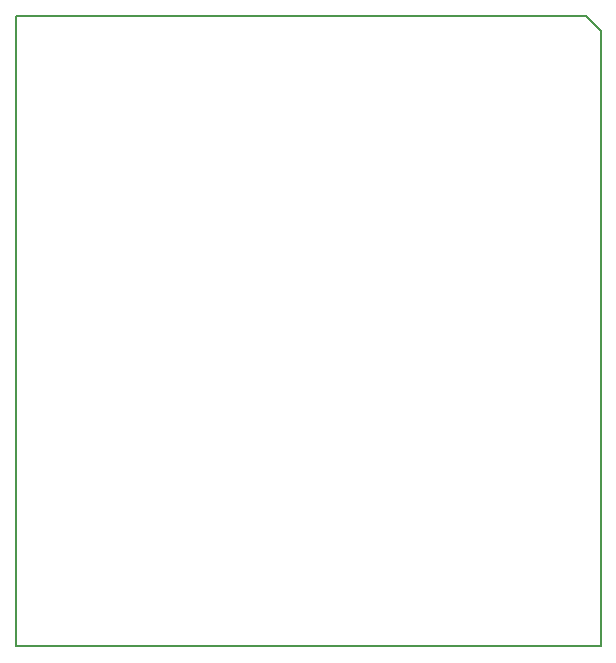
<source format=gbr>
G04 #@! TF.FileFunction,Profile,NP*
%FSLAX46Y46*%
G04 Gerber Fmt 4.6, Leading zero omitted, Abs format (unit mm)*
G04 Created by KiCad (PCBNEW 4.0.4-stable) date 12/10/16 09:29:03*
%MOMM*%
%LPD*%
G01*
G04 APERTURE LIST*
%ADD10C,0.100000*%
%ADD11C,0.150000*%
G04 APERTURE END LIST*
D10*
D11*
X127508000Y-126365000D02*
X177038000Y-126365000D01*
X175768000Y-73025000D02*
X127508000Y-73025000D01*
X177038000Y-74295000D02*
X177038000Y-126365000D01*
X175768000Y-73025000D02*
X177038000Y-74295000D01*
X127508000Y-73025000D02*
X127508000Y-126365000D01*
M02*

</source>
